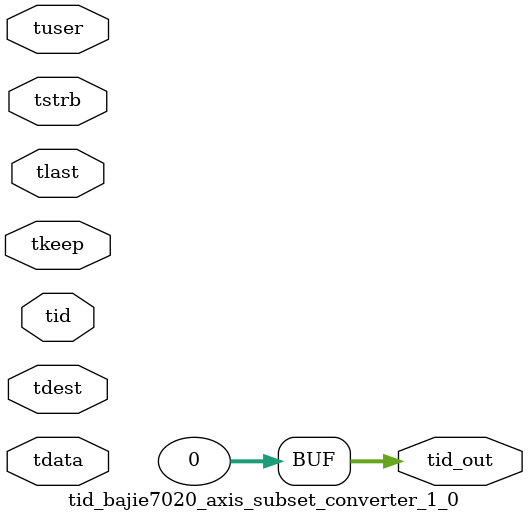
<source format=v>


`timescale 1ps/1ps

module tid_bajie7020_axis_subset_converter_1_0 #
(
parameter C_S_AXIS_TID_WIDTH   = 1,
parameter C_S_AXIS_TUSER_WIDTH = 0,
parameter C_S_AXIS_TDATA_WIDTH = 0,
parameter C_S_AXIS_TDEST_WIDTH = 0,
parameter C_M_AXIS_TID_WIDTH   = 32
)
(
input  [(C_S_AXIS_TID_WIDTH   == 0 ? 1 : C_S_AXIS_TID_WIDTH)-1:0       ] tid,
input  [(C_S_AXIS_TDATA_WIDTH == 0 ? 1 : C_S_AXIS_TDATA_WIDTH)-1:0     ] tdata,
input  [(C_S_AXIS_TUSER_WIDTH == 0 ? 1 : C_S_AXIS_TUSER_WIDTH)-1:0     ] tuser,
input  [(C_S_AXIS_TDEST_WIDTH == 0 ? 1 : C_S_AXIS_TDEST_WIDTH)-1:0     ] tdest,
input  [(C_S_AXIS_TDATA_WIDTH/8)-1:0 ] tkeep,
input  [(C_S_AXIS_TDATA_WIDTH/8)-1:0 ] tstrb,
input                                                                    tlast,
output [(C_M_AXIS_TID_WIDTH   == 0 ? 1 : C_M_AXIS_TID_WIDTH)-1:0       ] tid_out
);

assign tid_out = {1'b0};

endmodule


</source>
